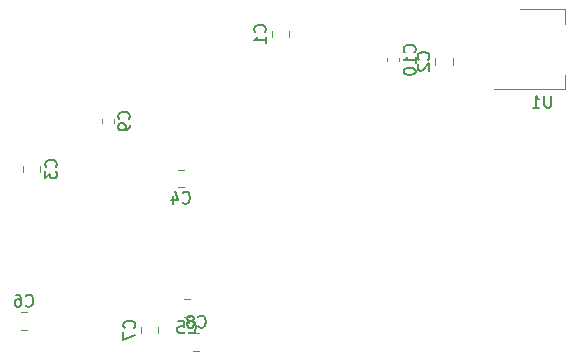
<source format=gbr>
%TF.GenerationSoftware,KiCad,Pcbnew,(5.99.0-9650-gad505e29c0)*%
%TF.CreationDate,2021-03-24T15:12:51-04:00*%
%TF.ProjectId,Hangulator,48616e67-756c-4617-946f-722e6b696361,rev?*%
%TF.SameCoordinates,Original*%
%TF.FileFunction,Legend,Bot*%
%TF.FilePolarity,Positive*%
%FSLAX46Y46*%
G04 Gerber Fmt 4.6, Leading zero omitted, Abs format (unit mm)*
G04 Created by KiCad (PCBNEW (5.99.0-9650-gad505e29c0)) date 2021-03-24 15:12:51*
%MOMM*%
%LPD*%
G01*
G04 APERTURE LIST*
%ADD10C,0.150000*%
%ADD11C,0.120000*%
G04 APERTURE END LIST*
D10*
%TO.C,C2*%
X319577142Y-157883333D02*
X319624761Y-157835714D01*
X319672380Y-157692857D01*
X319672380Y-157597619D01*
X319624761Y-157454761D01*
X319529523Y-157359523D01*
X319434285Y-157311904D01*
X319243809Y-157264285D01*
X319100952Y-157264285D01*
X318910476Y-157311904D01*
X318815238Y-157359523D01*
X318720000Y-157454761D01*
X318672380Y-157597619D01*
X318672380Y-157692857D01*
X318720000Y-157835714D01*
X318767619Y-157883333D01*
X318767619Y-158264285D02*
X318720000Y-158311904D01*
X318672380Y-158407142D01*
X318672380Y-158645238D01*
X318720000Y-158740476D01*
X318767619Y-158788095D01*
X318862857Y-158835714D01*
X318958095Y-158835714D01*
X319100952Y-158788095D01*
X319672380Y-158216666D01*
X319672380Y-158835714D01*
%TO.C,C1*%
X305752142Y-155558333D02*
X305799761Y-155510714D01*
X305847380Y-155367857D01*
X305847380Y-155272619D01*
X305799761Y-155129761D01*
X305704523Y-155034523D01*
X305609285Y-154986904D01*
X305418809Y-154939285D01*
X305275952Y-154939285D01*
X305085476Y-154986904D01*
X304990238Y-155034523D01*
X304895000Y-155129761D01*
X304847380Y-155272619D01*
X304847380Y-155367857D01*
X304895000Y-155510714D01*
X304942619Y-155558333D01*
X305847380Y-156510714D02*
X305847380Y-155939285D01*
X305847380Y-156225000D02*
X304847380Y-156225000D01*
X304990238Y-156129761D01*
X305085476Y-156034523D01*
X305133095Y-155939285D01*
%TO.C,C8*%
X300116666Y-180477142D02*
X300164285Y-180524761D01*
X300307142Y-180572380D01*
X300402380Y-180572380D01*
X300545238Y-180524761D01*
X300640476Y-180429523D01*
X300688095Y-180334285D01*
X300735714Y-180143809D01*
X300735714Y-180000952D01*
X300688095Y-179810476D01*
X300640476Y-179715238D01*
X300545238Y-179620000D01*
X300402380Y-179572380D01*
X300307142Y-179572380D01*
X300164285Y-179620000D01*
X300116666Y-179667619D01*
X299545238Y-180000952D02*
X299640476Y-179953333D01*
X299688095Y-179905714D01*
X299735714Y-179810476D01*
X299735714Y-179762857D01*
X299688095Y-179667619D01*
X299640476Y-179620000D01*
X299545238Y-179572380D01*
X299354761Y-179572380D01*
X299259523Y-179620000D01*
X299211904Y-179667619D01*
X299164285Y-179762857D01*
X299164285Y-179810476D01*
X299211904Y-179905714D01*
X299259523Y-179953333D01*
X299354761Y-180000952D01*
X299545238Y-180000952D01*
X299640476Y-180048571D01*
X299688095Y-180096190D01*
X299735714Y-180191428D01*
X299735714Y-180381904D01*
X299688095Y-180477142D01*
X299640476Y-180524761D01*
X299545238Y-180572380D01*
X299354761Y-180572380D01*
X299259523Y-180524761D01*
X299211904Y-180477142D01*
X299164285Y-180381904D01*
X299164285Y-180191428D01*
X299211904Y-180096190D01*
X299259523Y-180048571D01*
X299354761Y-180000952D01*
%TO.C,C10*%
X318412142Y-157257142D02*
X318459761Y-157209523D01*
X318507380Y-157066666D01*
X318507380Y-156971428D01*
X318459761Y-156828571D01*
X318364523Y-156733333D01*
X318269285Y-156685714D01*
X318078809Y-156638095D01*
X317935952Y-156638095D01*
X317745476Y-156685714D01*
X317650238Y-156733333D01*
X317555000Y-156828571D01*
X317507380Y-156971428D01*
X317507380Y-157066666D01*
X317555000Y-157209523D01*
X317602619Y-157257142D01*
X318507380Y-158209523D02*
X318507380Y-157638095D01*
X318507380Y-157923809D02*
X317507380Y-157923809D01*
X317650238Y-157828571D01*
X317745476Y-157733333D01*
X317793095Y-157638095D01*
X317507380Y-158828571D02*
X317507380Y-158923809D01*
X317555000Y-159019047D01*
X317602619Y-159066666D01*
X317697857Y-159114285D01*
X317888333Y-159161904D01*
X318126428Y-159161904D01*
X318316904Y-159114285D01*
X318412142Y-159066666D01*
X318459761Y-159019047D01*
X318507380Y-158923809D01*
X318507380Y-158828571D01*
X318459761Y-158733333D01*
X318412142Y-158685714D01*
X318316904Y-158638095D01*
X318126428Y-158590476D01*
X317888333Y-158590476D01*
X317697857Y-158638095D01*
X317602619Y-158685714D01*
X317555000Y-158733333D01*
X317507380Y-158828571D01*
%TO.C,C4*%
X298791666Y-169987142D02*
X298839285Y-170034761D01*
X298982142Y-170082380D01*
X299077380Y-170082380D01*
X299220238Y-170034761D01*
X299315476Y-169939523D01*
X299363095Y-169844285D01*
X299410714Y-169653809D01*
X299410714Y-169510952D01*
X299363095Y-169320476D01*
X299315476Y-169225238D01*
X299220238Y-169130000D01*
X299077380Y-169082380D01*
X298982142Y-169082380D01*
X298839285Y-169130000D01*
X298791666Y-169177619D01*
X297934523Y-169415714D02*
X297934523Y-170082380D01*
X298172619Y-169034761D02*
X298410714Y-169749047D01*
X297791666Y-169749047D01*
%TO.C,U1*%
X329986904Y-160952380D02*
X329986904Y-161761904D01*
X329939285Y-161857142D01*
X329891666Y-161904761D01*
X329796428Y-161952380D01*
X329605952Y-161952380D01*
X329510714Y-161904761D01*
X329463095Y-161857142D01*
X329415476Y-161761904D01*
X329415476Y-160952380D01*
X328415476Y-161952380D02*
X328986904Y-161952380D01*
X328701190Y-161952380D02*
X328701190Y-160952380D01*
X328796428Y-161095238D01*
X328891666Y-161190476D01*
X328986904Y-161238095D01*
%TO.C,C5*%
X299291666Y-180962142D02*
X299339285Y-181009761D01*
X299482142Y-181057380D01*
X299577380Y-181057380D01*
X299720238Y-181009761D01*
X299815476Y-180914523D01*
X299863095Y-180819285D01*
X299910714Y-180628809D01*
X299910714Y-180485952D01*
X299863095Y-180295476D01*
X299815476Y-180200238D01*
X299720238Y-180105000D01*
X299577380Y-180057380D01*
X299482142Y-180057380D01*
X299339285Y-180105000D01*
X299291666Y-180152619D01*
X298386904Y-180057380D02*
X298863095Y-180057380D01*
X298910714Y-180533571D01*
X298863095Y-180485952D01*
X298767857Y-180438333D01*
X298529761Y-180438333D01*
X298434523Y-180485952D01*
X298386904Y-180533571D01*
X298339285Y-180628809D01*
X298339285Y-180866904D01*
X298386904Y-180962142D01*
X298434523Y-181009761D01*
X298529761Y-181057380D01*
X298767857Y-181057380D01*
X298863095Y-181009761D01*
X298910714Y-180962142D01*
%TO.C,C3*%
X288037142Y-166983333D02*
X288084761Y-166935714D01*
X288132380Y-166792857D01*
X288132380Y-166697619D01*
X288084761Y-166554761D01*
X287989523Y-166459523D01*
X287894285Y-166411904D01*
X287703809Y-166364285D01*
X287560952Y-166364285D01*
X287370476Y-166411904D01*
X287275238Y-166459523D01*
X287180000Y-166554761D01*
X287132380Y-166697619D01*
X287132380Y-166792857D01*
X287180000Y-166935714D01*
X287227619Y-166983333D01*
X287132380Y-167316666D02*
X287132380Y-167935714D01*
X287513333Y-167602380D01*
X287513333Y-167745238D01*
X287560952Y-167840476D01*
X287608571Y-167888095D01*
X287703809Y-167935714D01*
X287941904Y-167935714D01*
X288037142Y-167888095D01*
X288084761Y-167840476D01*
X288132380Y-167745238D01*
X288132380Y-167459523D01*
X288084761Y-167364285D01*
X288037142Y-167316666D01*
%TO.C,C6*%
X285516666Y-178702142D02*
X285564285Y-178749761D01*
X285707142Y-178797380D01*
X285802380Y-178797380D01*
X285945238Y-178749761D01*
X286040476Y-178654523D01*
X286088095Y-178559285D01*
X286135714Y-178368809D01*
X286135714Y-178225952D01*
X286088095Y-178035476D01*
X286040476Y-177940238D01*
X285945238Y-177845000D01*
X285802380Y-177797380D01*
X285707142Y-177797380D01*
X285564285Y-177845000D01*
X285516666Y-177892619D01*
X284659523Y-177797380D02*
X284850000Y-177797380D01*
X284945238Y-177845000D01*
X284992857Y-177892619D01*
X285088095Y-178035476D01*
X285135714Y-178225952D01*
X285135714Y-178606904D01*
X285088095Y-178702142D01*
X285040476Y-178749761D01*
X284945238Y-178797380D01*
X284754761Y-178797380D01*
X284659523Y-178749761D01*
X284611904Y-178702142D01*
X284564285Y-178606904D01*
X284564285Y-178368809D01*
X284611904Y-178273571D01*
X284659523Y-178225952D01*
X284754761Y-178178333D01*
X284945238Y-178178333D01*
X285040476Y-178225952D01*
X285088095Y-178273571D01*
X285135714Y-178368809D01*
%TO.C,C7*%
X294677142Y-180608333D02*
X294724761Y-180560714D01*
X294772380Y-180417857D01*
X294772380Y-180322619D01*
X294724761Y-180179761D01*
X294629523Y-180084523D01*
X294534285Y-180036904D01*
X294343809Y-179989285D01*
X294200952Y-179989285D01*
X294010476Y-180036904D01*
X293915238Y-180084523D01*
X293820000Y-180179761D01*
X293772380Y-180322619D01*
X293772380Y-180417857D01*
X293820000Y-180560714D01*
X293867619Y-180608333D01*
X293772380Y-180941666D02*
X293772380Y-181608333D01*
X294772380Y-181179761D01*
%TO.C,C9*%
X294237142Y-162908333D02*
X294284761Y-162860714D01*
X294332380Y-162717857D01*
X294332380Y-162622619D01*
X294284761Y-162479761D01*
X294189523Y-162384523D01*
X294094285Y-162336904D01*
X293903809Y-162289285D01*
X293760952Y-162289285D01*
X293570476Y-162336904D01*
X293475238Y-162384523D01*
X293380000Y-162479761D01*
X293332380Y-162622619D01*
X293332380Y-162717857D01*
X293380000Y-162860714D01*
X293427619Y-162908333D01*
X294332380Y-163384523D02*
X294332380Y-163575000D01*
X294284761Y-163670238D01*
X294237142Y-163717857D01*
X294094285Y-163813095D01*
X293903809Y-163860714D01*
X293522857Y-163860714D01*
X293427619Y-163813095D01*
X293380000Y-163765476D01*
X293332380Y-163670238D01*
X293332380Y-163479761D01*
X293380000Y-163384523D01*
X293427619Y-163336904D01*
X293522857Y-163289285D01*
X293760952Y-163289285D01*
X293856190Y-163336904D01*
X293903809Y-163384523D01*
X293951428Y-163479761D01*
X293951428Y-163670238D01*
X293903809Y-163765476D01*
X293856190Y-163813095D01*
X293760952Y-163860714D01*
D11*
%TO.C,C2*%
X320165000Y-157788748D02*
X320165000Y-158311252D01*
X321635000Y-157788748D02*
X321635000Y-158311252D01*
%TO.C,C1*%
X306340000Y-155463748D02*
X306340000Y-155986252D01*
X307810000Y-155463748D02*
X307810000Y-155986252D01*
%TO.C,C8*%
X300211252Y-181065000D02*
X299688748Y-181065000D01*
X300211252Y-182535000D02*
X299688748Y-182535000D01*
%TO.C,C10*%
X316115000Y-158046267D02*
X316115000Y-157753733D01*
X317135000Y-158046267D02*
X317135000Y-157753733D01*
%TO.C,C4*%
X298363748Y-167215000D02*
X298886252Y-167215000D01*
X298363748Y-168685000D02*
X298886252Y-168685000D01*
%TO.C,U1*%
X331135000Y-160410000D02*
X331135000Y-159150000D01*
X325125000Y-160410000D02*
X331135000Y-160410000D01*
X327375000Y-153590000D02*
X331135000Y-153590000D01*
X331135000Y-153590000D02*
X331135000Y-154850000D01*
%TO.C,C5*%
X298863748Y-178190000D02*
X299386252Y-178190000D01*
X298863748Y-179660000D02*
X299386252Y-179660000D01*
%TO.C,C3*%
X285265000Y-167411252D02*
X285265000Y-166888748D01*
X286735000Y-167411252D02*
X286735000Y-166888748D01*
%TO.C,C6*%
X285611252Y-179290000D02*
X285088748Y-179290000D01*
X285611252Y-180760000D02*
X285088748Y-180760000D01*
%TO.C,C7*%
X295265000Y-180513748D02*
X295265000Y-181036252D01*
X296735000Y-180513748D02*
X296735000Y-181036252D01*
%TO.C,C9*%
X292960000Y-163221267D02*
X292960000Y-162928733D01*
X291940000Y-163221267D02*
X291940000Y-162928733D01*
%TD*%
M02*

</source>
